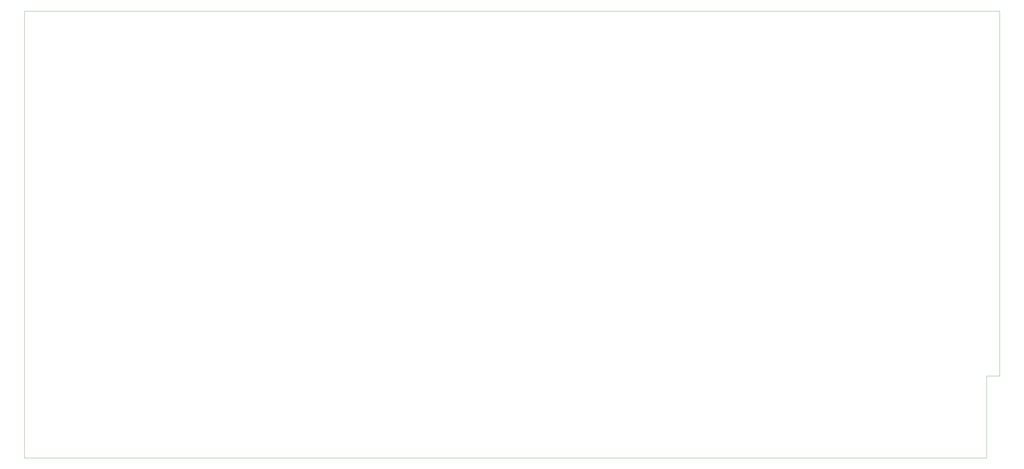
<source format=gko>
*%FSLAX23Y23*%
*%MOIN*%
G01*
D18*
X15656Y5306D02*
Y6290D01*
X4090Y5306D02*
Y10680D01*
X15814D02*
Y6290D01*
Y10680D02*
X4090D01*
X15656Y6290D02*
X15814D01*
X15656Y5306D02*
X4090D01*
D02*
M02*

</source>
